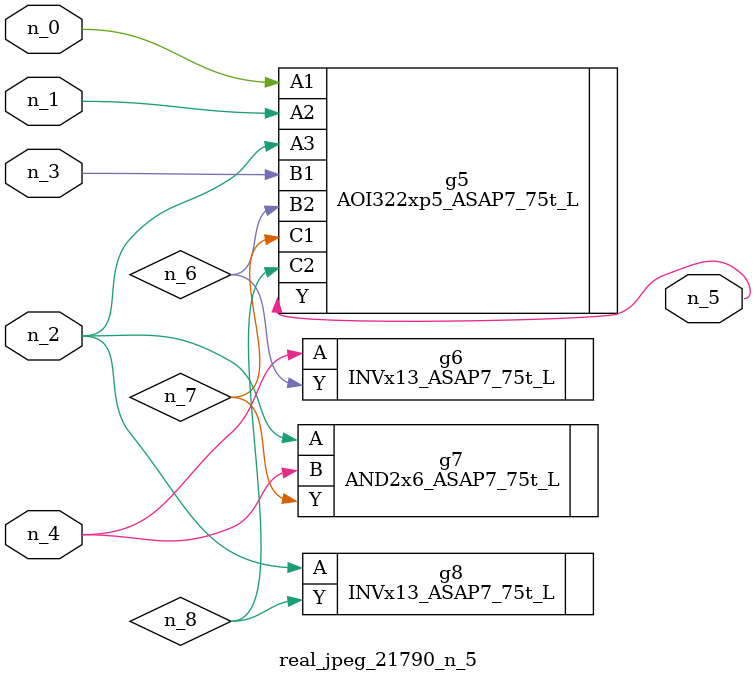
<source format=v>
module real_jpeg_21790_n_5 (n_4, n_0, n_1, n_2, n_3, n_5);

input n_4;
input n_0;
input n_1;
input n_2;
input n_3;

output n_5;

wire n_8;
wire n_6;
wire n_7;

AOI322xp5_ASAP7_75t_L g5 ( 
.A1(n_0),
.A2(n_1),
.A3(n_2),
.B1(n_3),
.B2(n_6),
.C1(n_7),
.C2(n_8),
.Y(n_5)
);

AND2x6_ASAP7_75t_L g7 ( 
.A(n_2),
.B(n_4),
.Y(n_7)
);

INVx13_ASAP7_75t_L g8 ( 
.A(n_2),
.Y(n_8)
);

INVx13_ASAP7_75t_L g6 ( 
.A(n_4),
.Y(n_6)
);


endmodule
</source>
